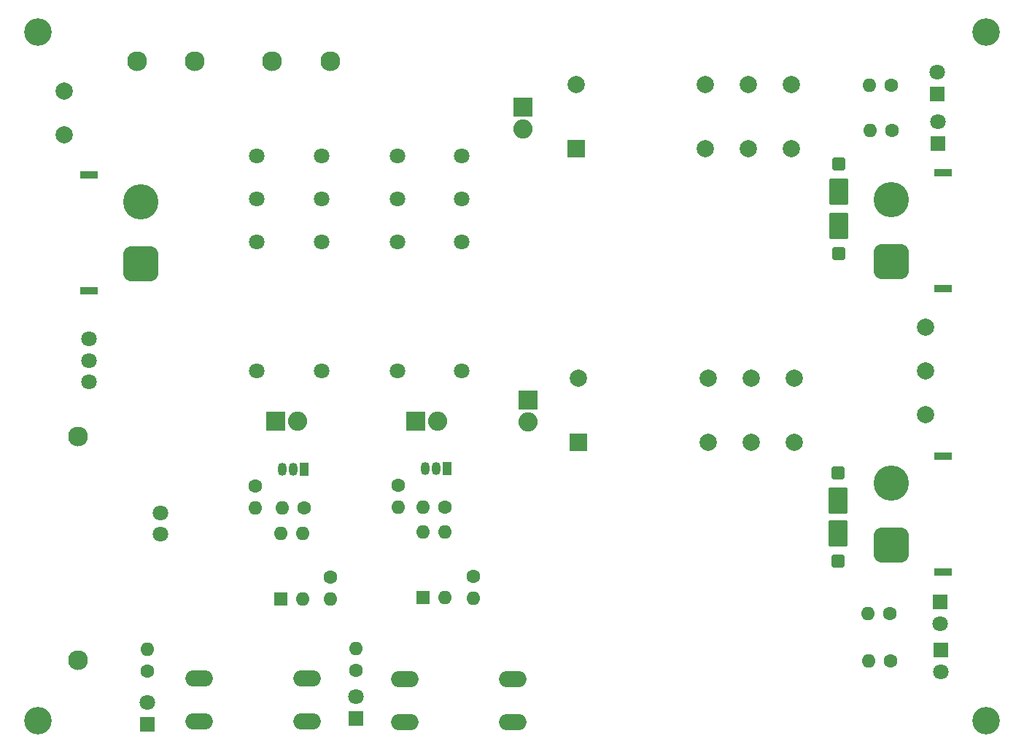
<source format=gbr>
%TF.GenerationSoftware,KiCad,Pcbnew,8.0.3*%
%TF.CreationDate,2024-07-10T23:14:43+09:00*%
%TF.ProjectId,power_24V,706f7765-725f-4323-9456-2e6b69636164,rev?*%
%TF.SameCoordinates,PX5d967f0PY416e000*%
%TF.FileFunction,Soldermask,Top*%
%TF.FilePolarity,Negative*%
%FSLAX46Y46*%
G04 Gerber Fmt 4.6, Leading zero omitted, Abs format (unit mm)*
G04 Created by KiCad (PCBNEW 8.0.3) date 2024-07-10 23:14:43*
%MOMM*%
%LPD*%
G01*
G04 APERTURE LIST*
G04 Aperture macros list*
%AMRoundRect*
0 Rectangle with rounded corners*
0 $1 Rounding radius*
0 $2 $3 $4 $5 $6 $7 $8 $9 X,Y pos of 4 corners*
0 Add a 4 corners polygon primitive as box body*
4,1,4,$2,$3,$4,$5,$6,$7,$8,$9,$2,$3,0*
0 Add four circle primitives for the rounded corners*
1,1,$1+$1,$2,$3*
1,1,$1+$1,$4,$5*
1,1,$1+$1,$6,$7*
1,1,$1+$1,$8,$9*
0 Add four rect primitives between the rounded corners*
20,1,$1+$1,$2,$3,$4,$5,0*
20,1,$1+$1,$4,$5,$6,$7,0*
20,1,$1+$1,$6,$7,$8,$9,0*
20,1,$1+$1,$8,$9,$2,$3,0*%
G04 Aperture macros list end*
%ADD10C,1.600000*%
%ADD11O,1.600000X1.600000*%
%ADD12R,2.000000X0.900000*%
%ADD13RoundRect,1.025000X-1.025000X1.025000X-1.025000X-1.025000X1.025000X-1.025000X1.025000X1.025000X0*%
%ADD14C,4.100000*%
%ADD15C,3.200000*%
%ADD16C,2.000000*%
%ADD17R,2.000000X2.000000*%
%ADD18R,2.240000X2.240000*%
%ADD19O,2.240000X2.240000*%
%ADD20RoundRect,0.250000X-0.850000X1.300000X-0.850000X-1.300000X0.850000X-1.300000X0.850000X1.300000X0*%
%ADD21RoundRect,0.250000X-0.510000X0.500000X-0.510000X-0.500000X0.510000X-0.500000X0.510000X0.500000X0*%
%ADD22O,3.200000X1.900000*%
%ADD23R,1.800000X1.800000*%
%ADD24C,1.800000*%
%ADD25RoundRect,0.250000X0.850000X-1.300000X0.850000X1.300000X-0.850000X1.300000X-0.850000X-1.300000X0*%
%ADD26RoundRect,0.250000X0.510000X-0.500000X0.510000X0.500000X-0.510000X0.500000X-0.510000X-0.500000X0*%
%ADD27C,2.300000*%
%ADD28R,1.050000X1.500000*%
%ADD29O,1.050000X1.500000*%
%ADD30C,1.803400*%
%ADD31R,1.600000X1.600000*%
%ADD32RoundRect,1.025000X1.025000X-1.025000X1.025000X1.025000X-1.025000X1.025000X-1.025000X-1.025000X0*%
G04 APERTURE END LIST*
D10*
%TO.C,R7*%
X17680000Y-79323000D03*
D11*
X17680000Y-76783000D03*
%TD*%
D12*
%TO.C,J1*%
X110050000Y-54300000D03*
X110050000Y-67800000D03*
D13*
X104050000Y-64650000D03*
D14*
X104050000Y-57450000D03*
%TD*%
D15*
%TO.C,REF\u002A\u002A*%
X115000000Y-85000000D03*
%TD*%
%TO.C,REF\u002A\u002A*%
X5000000Y-85000000D03*
%TD*%
D16*
%TO.C,K3*%
X87471000Y-18594000D03*
X82471000Y-18594000D03*
X92471000Y-18594000D03*
X87471000Y-11094000D03*
X82471000Y-11094000D03*
X92471000Y-11094000D03*
D17*
X67471000Y-18594000D03*
D16*
X67471000Y-11094000D03*
%TD*%
D18*
%TO.C,D2*%
X32594000Y-50230000D03*
D19*
X35134000Y-50230000D03*
%TD*%
D10*
%TO.C,R3*%
X30200000Y-57755000D03*
D11*
X30200000Y-60295000D03*
%TD*%
D20*
%TO.C,D7*%
X97950000Y-27545643D03*
D21*
X97950000Y-30765643D03*
%TD*%
D22*
%TO.C,SW1*%
X23695000Y-80137000D03*
X36195000Y-80137000D03*
X23695000Y-85137000D03*
X36195000Y-85137000D03*
%TD*%
D10*
%TO.C,R1*%
X38925000Y-68360000D03*
D11*
X38925000Y-70900000D03*
%TD*%
D10*
%TO.C,R9*%
X103854000Y-72600000D03*
D11*
X101314000Y-72600000D03*
%TD*%
D20*
%TO.C,D5*%
X97869000Y-63291000D03*
D21*
X97869000Y-66511000D03*
%TD*%
D16*
%TO.C,K1*%
X87742000Y-52738000D03*
X82742000Y-52738000D03*
X92742000Y-52738000D03*
X87742000Y-45238000D03*
X82742000Y-45238000D03*
X92742000Y-45238000D03*
D17*
X67742000Y-52738000D03*
D16*
X67742000Y-45238000D03*
%TD*%
D23*
%TO.C,D14*%
X109430000Y-18000000D03*
D24*
X109430000Y-15460000D03*
%TD*%
D18*
%TO.C,D3*%
X61279000Y-13774000D03*
D19*
X61279000Y-16314000D03*
%TD*%
D25*
%TO.C,D6*%
X97950000Y-23541643D03*
D26*
X97950000Y-20321643D03*
%TD*%
D23*
%TO.C,D11*%
X109728000Y-71220000D03*
D24*
X109728000Y-73760000D03*
%TD*%
D10*
%TO.C,R6*%
X46800000Y-57660000D03*
D11*
X46800000Y-60200000D03*
%TD*%
D27*
%TO.C,F1*%
X38886000Y-8382000D03*
X32186000Y-8382000D03*
X23186000Y-8382000D03*
X16486000Y-8382000D03*
%TD*%
D10*
%TO.C,R2*%
X35900000Y-60300000D03*
D11*
X33360000Y-60300000D03*
%TD*%
D24*
%TO.C,J5*%
X19200000Y-60900000D03*
X19200000Y-63400000D03*
%TD*%
D28*
%TO.C,Q1*%
X35900000Y-55800000D03*
D29*
X34630000Y-55800000D03*
X33360000Y-55800000D03*
%TD*%
D23*
%TO.C,D12*%
X109816500Y-76818000D03*
D24*
X109816500Y-79358000D03*
%TD*%
D18*
%TO.C,D8*%
X48850000Y-50230000D03*
D19*
X51390000Y-50230000D03*
%TD*%
D23*
%TO.C,D13*%
X109407000Y-12243000D03*
D24*
X109407000Y-9703000D03*
%TD*%
D25*
%TO.C,D4*%
X97869000Y-59511000D03*
D26*
X97869000Y-56291000D03*
%TD*%
D23*
%TO.C,D10*%
X41910000Y-84796000D03*
D24*
X41910000Y-82256000D03*
%TD*%
D15*
%TO.C,REF\u002A\u002A*%
X5000000Y-5000000D03*
%TD*%
D10*
%TO.C,R12*%
X104090000Y-16440000D03*
D11*
X101550000Y-16440000D03*
%TD*%
D28*
%TO.C,Q2*%
X52500000Y-55750000D03*
D29*
X51230000Y-55750000D03*
X49960000Y-55750000D03*
%TD*%
D27*
%TO.C,REF\u002A\u002A*%
X9652000Y-52024000D03*
X9652000Y-78024000D03*
%TD*%
D18*
%TO.C,D1*%
X61834000Y-47826000D03*
D19*
X61834000Y-50366000D03*
%TD*%
D24*
%TO.C,J3*%
X10922000Y-40680000D03*
X10922000Y-43180000D03*
X10922000Y-45680000D03*
%TD*%
D16*
%TO.C,J6*%
X8000000Y-11860000D03*
X8000000Y-16940000D03*
%TD*%
D30*
%TO.C,K4*%
X54200000Y-44400000D03*
X54200000Y-29400000D03*
X54200000Y-24399999D03*
X54200000Y-19399999D03*
X46700000Y-19399999D03*
X46700000Y-24399999D03*
X46700000Y-29400000D03*
X46700000Y-44400000D03*
%TD*%
D10*
%TO.C,R4*%
X55500000Y-68255000D03*
D11*
X55500000Y-70795000D03*
%TD*%
D31*
%TO.C,U2*%
X49705000Y-70720000D03*
D11*
X52245000Y-70720000D03*
X52245000Y-63100000D03*
X49705000Y-63100000D03*
%TD*%
D30*
%TO.C,K2*%
X37900000Y-44400000D03*
X37900000Y-29400000D03*
X37900000Y-24399999D03*
X37900000Y-19399999D03*
X30400000Y-19399999D03*
X30400000Y-24399999D03*
X30400000Y-29400000D03*
X30400000Y-44400000D03*
%TD*%
D16*
%TO.C,J7*%
X108000000Y-49480000D03*
X108000000Y-44440000D03*
X108000000Y-39320000D03*
%TD*%
D15*
%TO.C,REF\u002A\u002A*%
X115000000Y-5000000D03*
%TD*%
D22*
%TO.C,SW2*%
X47598000Y-80177000D03*
X60098000Y-80177000D03*
X47598000Y-85177000D03*
X60098000Y-85177000D03*
%TD*%
D10*
%TO.C,R10*%
X103942500Y-78088000D03*
D11*
X101402500Y-78088000D03*
%TD*%
D31*
%TO.C,U1*%
X33125000Y-70900000D03*
D11*
X35665000Y-70900000D03*
X35665000Y-63280000D03*
X33125000Y-63280000D03*
%TD*%
D12*
%TO.C,J4*%
X10900000Y-35100000D03*
X10900000Y-21600000D03*
D32*
X16900000Y-31950000D03*
D14*
X16900000Y-24750000D03*
%TD*%
D12*
%TO.C,J2*%
X110050000Y-21329643D03*
X110050000Y-34829643D03*
D13*
X104050000Y-31679643D03*
D14*
X104050000Y-24479643D03*
%TD*%
D10*
%TO.C,R8*%
X41910000Y-79203000D03*
D11*
X41910000Y-76663000D03*
%TD*%
D10*
%TO.C,R11*%
X104074000Y-11175000D03*
D11*
X101534000Y-11175000D03*
%TD*%
D23*
%TO.C,D9*%
X17680000Y-85424000D03*
D24*
X17680000Y-82884000D03*
%TD*%
D10*
%TO.C,R5*%
X52245000Y-60200000D03*
D11*
X49705000Y-60200000D03*
%TD*%
M02*

</source>
